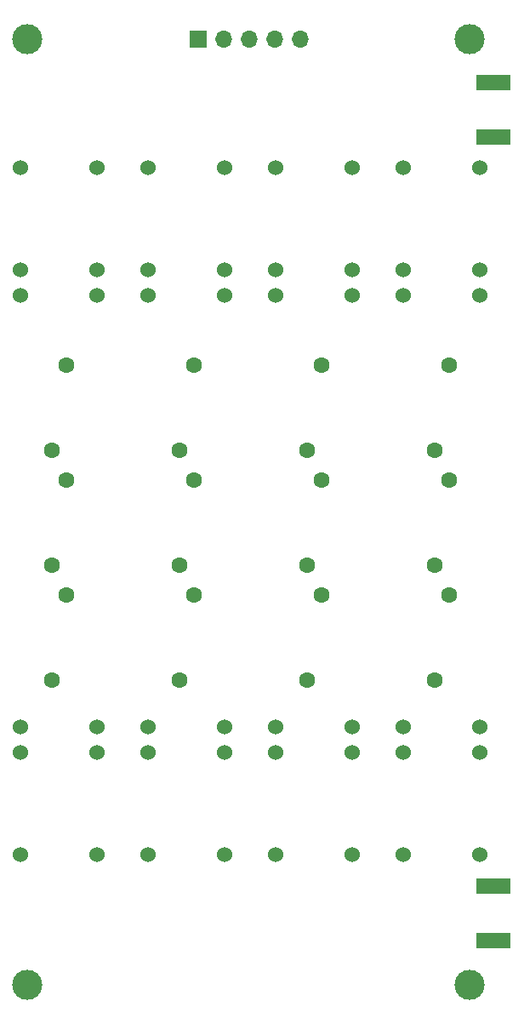
<source format=gbr>
%TF.GenerationSoftware,KiCad,Pcbnew,5.1.9-5.1.9*%
%TF.CreationDate,2021-05-17T13:06:36+03:00*%
%TF.ProjectId,lpf,6c70662e-6b69-4636-9164-5f7063625858,rev?*%
%TF.SameCoordinates,Original*%
%TF.FileFunction,Soldermask,Top*%
%TF.FilePolarity,Negative*%
%FSLAX46Y46*%
G04 Gerber Fmt 4.6, Leading zero omitted, Abs format (unit mm)*
G04 Created by KiCad (PCBNEW 5.1.9-5.1.9) date 2021-05-17 13:06:36*
%MOMM*%
%LPD*%
G01*
G04 APERTURE LIST*
%ADD10C,3.000000*%
%ADD11C,1.600000*%
%ADD12C,1.524000*%
%ADD13R,3.500000X1.500000*%
%ADD14O,1.700000X1.700000*%
%ADD15R,1.700000X1.700000*%
G04 APERTURE END LIST*
D10*
%TO.C,REF\u002A\u002A*%
X161000000Y-150000000D03*
%TD*%
D11*
%TO.C,L12*%
X157534893Y-119716641D03*
X158949107Y-111231359D03*
%TD*%
%TO.C,L11*%
X144834893Y-119716641D03*
X146249107Y-111231359D03*
%TD*%
%TO.C,L10*%
X132134893Y-119716641D03*
X133549107Y-111231359D03*
%TD*%
%TO.C,L9*%
X119434893Y-119716641D03*
X120849107Y-111231359D03*
%TD*%
%TO.C,L8*%
X157534893Y-108286641D03*
X158949107Y-99801359D03*
%TD*%
%TO.C,L7*%
X144834893Y-108286641D03*
X146249107Y-99801359D03*
%TD*%
%TO.C,L6*%
X132134893Y-108286641D03*
X133549107Y-99801359D03*
%TD*%
%TO.C,L5*%
X119434893Y-108286641D03*
X120849107Y-99801359D03*
%TD*%
%TO.C,L4*%
X157534893Y-96856641D03*
X158949107Y-88371359D03*
%TD*%
%TO.C,L3*%
X144834893Y-96856641D03*
X146249107Y-88371359D03*
%TD*%
%TO.C,L2*%
X132134893Y-96856641D03*
X133549107Y-88371359D03*
%TD*%
%TO.C,L1*%
X119434893Y-96856641D03*
X120849107Y-88371359D03*
%TD*%
D10*
%TO.C,REF\u002A\u002A*%
X117000000Y-150000000D03*
%TD*%
%TO.C,REF\u002A\u002A*%
X161000000Y-56000000D03*
%TD*%
%TO.C,REF\u002A\u002A*%
X117000000Y-56000000D03*
%TD*%
D12*
%TO.C,S8*%
X154432000Y-124380000D03*
X162052000Y-124380000D03*
X162052000Y-126920000D03*
X154432000Y-126920000D03*
X154432000Y-137080000D03*
X162052000Y-137080000D03*
%TD*%
%TO.C,S7*%
X141732000Y-124380000D03*
X149352000Y-124380000D03*
X149352000Y-126920000D03*
X141732000Y-126920000D03*
X141732000Y-137080000D03*
X149352000Y-137080000D03*
%TD*%
%TO.C,S6*%
X129032000Y-124380000D03*
X136652000Y-124380000D03*
X136652000Y-126920000D03*
X129032000Y-126920000D03*
X129032000Y-137080000D03*
X136652000Y-137080000D03*
%TD*%
%TO.C,S5*%
X116332000Y-124380000D03*
X123952000Y-124380000D03*
X123952000Y-126920000D03*
X116332000Y-126920000D03*
X116332000Y-137080000D03*
X123952000Y-137080000D03*
%TD*%
%TO.C,S4*%
X162052000Y-81438000D03*
X154432000Y-81438000D03*
X154432000Y-78898000D03*
X162052000Y-78898000D03*
X162052000Y-68738000D03*
X154432000Y-68738000D03*
%TD*%
%TO.C,S3*%
X149352000Y-81438000D03*
X141732000Y-81438000D03*
X141732000Y-78898000D03*
X149352000Y-78898000D03*
X149352000Y-68738000D03*
X141732000Y-68738000D03*
%TD*%
%TO.C,S2*%
X136652000Y-81438000D03*
X129032000Y-81438000D03*
X129032000Y-78898000D03*
X136652000Y-78898000D03*
X136652000Y-68738000D03*
X129032000Y-68738000D03*
%TD*%
%TO.C,S1*%
X123952000Y-81438000D03*
X116332000Y-81438000D03*
X116332000Y-78898000D03*
X123952000Y-78898000D03*
X123952000Y-68738000D03*
X116332000Y-68738000D03*
%TD*%
D13*
%TO.C,J3*%
X163400000Y-145600000D03*
X163400000Y-140200000D03*
%TD*%
%TO.C,J2*%
X163400000Y-65700000D03*
X163400000Y-60300000D03*
%TD*%
D14*
%TO.C,J1*%
X144160000Y-56000000D03*
X141620000Y-56000000D03*
X139080000Y-56000000D03*
X136540000Y-56000000D03*
D15*
X134000000Y-56000000D03*
%TD*%
M02*

</source>
